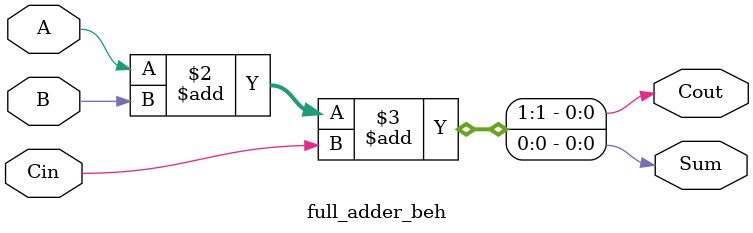
<source format=v>


module DE0_NANO(

	//////////// CLOCK //////////
	input 		          		CLOCK_50,

	//////////// LED //////////
	output		     [7:0]		LED,

	//////////// KEY //////////
	input 		     [1:0]		KEY,

	//////////// SW //////////
	input 		     [3:0]		SW
);



//=======================================================
//  REG/WIRE declarations
//=======================================================




//=======================================================
//  Structural coding
//=======================================================

	wire a,b,cin,cout,sum;

	assign a = SW[0];
	assign b = SW[1];
	assign cin = SW[2];
	
	full_adder_beh fa(a,b,cin,sum,cout);	
	
	assign LED[0] = sum;
	assign LED[1] = cout;
	
endmodule

// structured
module full_adder_structured (input  A, B, CI, 
					    output Sum, Cout);
wire S1, C1, C2;

half_add HA1 (A, B, S1, C1);
half_add HA2 (S1, CI, Sum, C2);

or P1 (Cout, C1, C2);	 

endmodule 

//structured
module half_add (	input A, B, 
						output S, C);
	xor  u1 (S, A, B) ;
	and u2 (C, A, B) ;
endmodule

// dataflow
module full_adder_dataflow (input A, B, Cin, 
						output Sum, Cout);

	assign Sum = A ^  B ^ Cin; 	     			 //continuous assignment
	assign Cout = A & B | (A ^ B )& Cin;          //continuous assignment
	  
endmodule 

//behavioral
module full_adder_beh (input A, B, Cin, output reg Sum, Cout) ;

always@(*)
begin
	{Cout,Sum}  = A + B + Cin; 
end
	  
endmodule 



</source>
